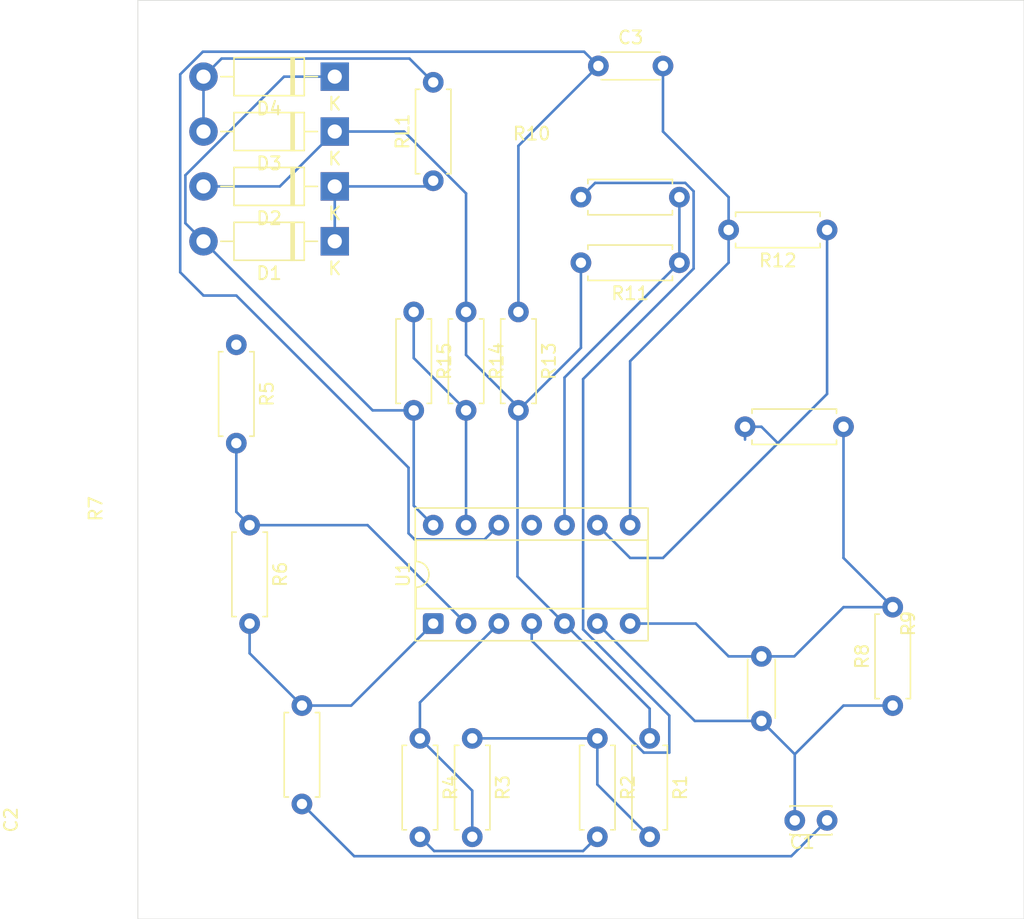
<source format=kicad_pcb>
(kicad_pcb (version 20241229) (generator "pcbnew") (generator_version "9.0")
  (layers (0 "F.Cu" signal) (2 "B.Cu" signal) (13 "F.Paste" user) (15 "B.Paste" user) (5 "F.SilkS" user "F.Silkscreen") (7 "B.SilkS" user "B.Silkscreen") (1 "F.Mask" user) (3 "B.Mask" user) (25 "Edge.Cuts" user))
  (net 0 "")
  (net 1 "Net-(U1D--)")
  (net 2 "Net-(C1-Pad1)")
  (net 3 "Net-(C2-Pad2)")
  (net 4 "Net-(C3-Pad2)")
  (net 5 "Net-(U1A-+)")
  (net 6 "Net-(D1-A)")
  (net 7 "Net-(D1-K)")
  (net 8 "GND")
  (net 9 "Net-(D3-A)")
  (net 10 "Net-(U1C--)")
  (net 11 "Net-(U1C-+)")
  (net 12 "Net-(U1B--)")
  (net 13 "+12V")
  (net 14 "Net-(U1A--)")
  (net 15 "-12V")
  (net 16 "Net-(U1D-+)")
  (net 17 "Net-(R1-Pad2)")
  (net 18 "Net-(R2-Pad2)")
  (net 20 "Net-(R6-Pad2)")
  (footprint "Diode_THT:D_DO-41_SOD81_P10.16mm_Horizontal" (layer "F.Cu") (at 88.9 42.35 180)
    (property "Reference" "D2" (at 5.08 -2.47 0) (layer "F.SilkS"))
    (property "Value" "1N5819")
    (fp_line (start 8.82 0) (end 7.8 0) (stroke (width 0.12)) (layer "F.SilkS"))
    (fp_line (start 7.8 1.47) (end 7.8 -1.47) (stroke (width 0.12)) (layer "F.SilkS"))
    (fp_line (start 7.8 -1.47) (end 2.36 -1.47) (stroke (width 0.12)) (layer "F.SilkS"))
    (fp_line (start 3.38 -1.47) (end 3.38 1.47) (stroke (width 0.12)) (layer "F.SilkS"))
    (fp_line (start 3.26 -1.47) (end 3.26 1.47) (stroke (width 0.12)) (layer "F.SilkS"))
    (fp_line (start 3.14 -1.47) (end 3.14 1.47) (stroke (width 0.12)) (layer "F.SilkS"))
    (fp_line (start 2.36 1.47) (end 7.8 1.47) (stroke (width 0.12)) (layer "F.SilkS"))
    (fp_line (start 2.36 -1.47) (end 2.36 1.47) (stroke (width 0.12)) (layer "F.SilkS"))
    (fp_line (start 1.34 0) (end 2.36 0) (stroke (width 0.12)) (layer "F.SilkS"))
    (fp_text user "K" (at 0 -2.1 0) (layer "F.SilkS"))
    (pad "1" thru_hole rect (at 0 0 180) (size 2.2 2.2) (drill 1.1) (layers "*.Cu" "*.Mask") (net 7 "Net-(D1-K)"))
    (pad "2" thru_hole oval (at 10.16 0 180) (size 2.2 2.2) (drill 1.1) (layers "*.Cu" "*.Mask") (net 8 "GND"))
  )
  (footprint "Resistor_THT:R_Axial_DIN0207_L6.3mm_D2.5mm_P7.62mm_Horizontal" (layer "F.Cu") (at 113.27 85.09 -90)
    (property "Reference" "R1" (at 3.81 -2.37 90) (layer "F.SilkS"))
    (property "Value" "450")
    (fp_line (start 0.54 1.37) (end 7.08 1.37) (stroke (width 0.12)) (layer "F.SilkS"))
    (fp_line (start 7.08 1.37) (end 7.08 1.04) (stroke (width 0.12)) (layer "F.SilkS"))
    (fp_line (start 0.54 1.04) (end 0.54 1.37) (stroke (width 0.12)) (layer "F.SilkS"))
    (fp_line (start 0.54 -1.04) (end 0.54 -1.37) (stroke (width 0.12)) (layer "F.SilkS"))
    (fp_line (start 0.54 -1.37) (end 7.08 -1.37) (stroke (width 0.12)) (layer "F.SilkS"))
    (fp_line (start 7.08 -1.37) (end 7.08 -1.04) (stroke (width 0.12)) (layer "F.SilkS"))
    (pad "1" thru_hole circle (at 0 0 270) (size 1.6 1.6) (drill 0.8) (layers "*.Cu" "*.Mask") (net 8 "GND"))
    (pad "2" thru_hole oval (at 7.62 0 270) (size 1.6 1.6) (drill 0.8) (layers "*.Cu" "*.Mask") (net 17 "Net-(R1-Pad2)"))
  )
  (footprint "Resistor_THT:R_Axial_DIN0207_L6.3mm_D2.5mm_P7.62mm_Horizontal" (layer "F.Cu") (at 103.11 52.07 -90)
    (property "Reference" "R13" (at 3.81 -2.37 90) (layer "F.SilkS"))
    (property "Value" "470")
    (fp_line (start 0.54 1.37) (end 7.08 1.37) (stroke (width 0.12)) (layer "F.SilkS"))
    (fp_line (start 7.08 1.37) (end 7.08 1.04) (stroke (width 0.12)) (layer "F.SilkS"))
    (fp_line (start 0.54 1.04) (end 0.54 1.37) (stroke (width 0.12)) (layer "F.SilkS"))
    (fp_line (start 0.54 -1.04) (end 0.54 -1.37) (stroke (width 0.12)) (layer "F.SilkS"))
    (fp_line (start 0.54 -1.37) (end 7.08 -1.37) (stroke (width 0.12)) (layer "F.SilkS"))
    (fp_line (start 7.08 -1.37) (end 7.08 -1.04) (stroke (width 0.12)) (layer "F.SilkS"))
    (pad "1" thru_hole circle (at 0 0 270) (size 1.6 1.6) (drill 0.8) (layers "*.Cu" "*.Mask") (net 16 "Net-(U1D-+)"))
    (pad "2" thru_hole oval (at 7.62 0 270) (size 1.6 1.6) (drill 0.8) (layers "*.Cu" "*.Mask") (net 8 "GND"))
  )
  (footprint "Capacitor_THT:C_Disc_D4.3mm_W1.9mm_P5.00mm" (layer "F.Cu") (at 121.92 83.74 90)
    (property "Reference" "C2" (at -7.66 -58.08 90) (layer "F.SilkS"))
    (property "Value" "56p")
    (fp_line (start 4.77 -1.07) (end 4.77 -1.055) (stroke (width 0.12)) (layer "F.SilkS"))
    (fp_line (start 0.23 -1.07) (end 4.77 -1.07) (stroke (width 0.12)) (layer "F.SilkS"))
    (fp_line (start 0.23 -1.07) (end 0.23 -1.055) (stroke (width 0.12)) (layer "F.SilkS"))
    (fp_line (start 4.77 1.055) (end 4.77 1.07) (stroke (width 0.12)) (layer "F.SilkS"))
    (fp_line (start 0.23 1.055) (end 0.23 1.07) (stroke (width 0.12)) (layer "F.SilkS"))
    (fp_line (start 0.23 1.07) (end 4.77 1.07) (stroke (width 0.12)) (layer "F.SilkS"))
    (pad "1" thru_hole circle (at 0 0 90) (size 1.6 1.6) (drill 0.8) (layers "*.Cu" "*.Mask") (net 12 "Net-(U1B--)"))
    (pad "2" thru_hole circle (at 5 0 90) (size 1.6 1.6) (drill 0.8) (layers "*.Cu" "*.Mask") (net 3 "Net-(C2-Pad2)"))
  )
  (footprint "Resistor_THT:R_Axial_DIN0207_L6.3mm_D2.5mm_P7.62mm_Horizontal" (layer "F.Cu") (at 95.49 85.09 -90)
    (property "Reference" "R4" (at 3.81 -2.37 90) (layer "F.SilkS"))
    (property "Value" "100k")
    (fp_line (start 0.54 1.37) (end 7.08 1.37) (stroke (width 0.12)) (layer "F.SilkS"))
    (fp_line (start 7.08 1.37) (end 7.08 1.04) (stroke (width 0.12)) (layer "F.SilkS"))
    (fp_line (start 0.54 1.04) (end 0.54 1.37) (stroke (width 0.12)) (layer "F.SilkS"))
    (fp_line (start 0.54 -1.04) (end 0.54 -1.37) (stroke (width 0.12)) (layer "F.SilkS"))
    (fp_line (start 0.54 -1.37) (end 7.08 -1.37) (stroke (width 0.12)) (layer "F.SilkS"))
    (fp_line (start 7.08 -1.37) (end 7.08 -1.04) (stroke (width 0.12)) (layer "F.SilkS"))
    (pad "1" thru_hole circle (at 0 0 270) (size 1.6 1.6) (drill 0.8) (layers "*.Cu" "*.Mask") (net 5 "Net-(U1A-+)"))
    (pad "2" thru_hole oval (at 7.62 0 270) (size 1.6 1.6) (drill 0.8) (layers "*.Cu" "*.Mask") (net 18 "Net-(R2-Pad2)"))
  )
  (footprint "Resistor_THT:R_Axial_DIN0207_L6.3mm_D2.5mm_P7.62mm_Horizontal" (layer "F.Cu") (at 115.57 48.26 180)
    (property "Reference" "R11" (at 3.81 -2.37 0) (layer "F.SilkS"))
    (property "Value" "900")
    (fp_line (start 7.08 1.37) (end 7.08 1.04) (stroke (width 0.12)) (layer "F.SilkS"))
    (fp_line (start 7.08 -1.37) (end 7.08 -1.04) (stroke (width 0.12)) (layer "F.SilkS"))
    (fp_line (start 0.54 1.37) (end 7.08 1.37) (stroke (width 0.12)) (layer "F.SilkS"))
    (fp_line (start 0.54 1.04) (end 0.54 1.37) (stroke (width 0.12)) (layer "F.SilkS"))
    (fp_line (start 0.54 -1.04) (end 0.54 -1.37) (stroke (width 0.12)) (layer "F.SilkS"))
    (fp_line (start 0.54 -1.37) (end 7.08 -1.37) (stroke (width 0.12)) (layer "F.SilkS"))
    (pad "1" thru_hole circle (at 0 0 180) (size 1.6 1.6) (drill 0.8) (layers "*.Cu" "*.Mask") (net 11 "Net-(U1C-+)"))
    (pad "2" thru_hole oval (at 7.62 0 180) (size 1.6 1.6) (drill 0.8) (layers "*.Cu" "*.Mask") (net 8 "GND"))
  )
  (footprint "Diode_THT:D_DO-41_SOD81_P10.16mm_Horizontal" (layer "F.Cu") (at 88.9 46.6 180)
    (property "Reference" "D1" (at 5.08 -2.47 0) (layer "F.SilkS"))
    (property "Value" "1N5819")
    (fp_line (start 8.82 0) (end 7.8 0) (stroke (width 0.12)) (layer "F.SilkS"))
    (fp_line (start 7.8 1.47) (end 7.8 -1.47) (stroke (width 0.12)) (layer "F.SilkS"))
    (fp_line (start 7.8 -1.47) (end 2.36 -1.47) (stroke (width 0.12)) (layer "F.SilkS"))
    (fp_line (start 3.38 -1.47) (end 3.38 1.47) (stroke (width 0.12)) (layer "F.SilkS"))
    (fp_line (start 3.26 -1.47) (end 3.26 1.47) (stroke (width 0.12)) (layer "F.SilkS"))
    (fp_line (start 3.14 -1.47) (end 3.14 1.47) (stroke (width 0.12)) (layer "F.SilkS"))
    (fp_line (start 2.36 1.47) (end 7.8 1.47) (stroke (width 0.12)) (layer "F.SilkS"))
    (fp_line (start 2.36 -1.47) (end 2.36 1.47) (stroke (width 0.12)) (layer "F.SilkS"))
    (fp_line (start 1.34 0) (end 2.36 0) (stroke (width 0.12)) (layer "F.SilkS"))
    (fp_text user "K" (at 0 -2.1 0) (layer "F.SilkS"))
    (pad "1" thru_hole rect (at 0 0 180) (size 2.2 2.2) (drill 1.1) (layers "*.Cu" "*.Mask") (net 7 "Net-(D1-K)"))
    (pad "2" thru_hole oval (at 10.16 0 180) (size 2.2 2.2) (drill 1.1) (layers "*.Cu" "*.Mask") (net 6 "Net-(D1-A)"))
  )
  (footprint "Capacitor_THT:C_Disc_D4.3mm_W1.9mm_P5.00mm" (layer "F.Cu") (at 109.3 33.02)
    (property "Reference" "C3" (at 2.5 -2.2 0) (layer "F.SilkS"))
    (property "Value" "10n")
    (fp_line (start 0.23 -1.07) (end 0.23 -1.055) (stroke (width 0.12)) (layer "F.SilkS"))
    (fp_line (start 0.23 -1.07) (end 4.77 -1.07) (stroke (width 0.12)) (layer "F.SilkS"))
    (fp_line (start 0.23 1.055) (end 0.23 1.07) (stroke (width 0.12)) (layer "F.SilkS"))
    (fp_line (start 0.23 1.07) (end 4.77 1.07) (stroke (width 0.12)) (layer "F.SilkS"))
    (fp_line (start 4.77 -1.07) (end 4.77 -1.055) (stroke (width 0.12)) (layer "F.SilkS"))
    (fp_line (start 4.77 1.055) (end 4.77 1.07) (stroke (width 0.12)) (layer "F.SilkS"))
    (pad "1" thru_hole circle (at 0 0) (size 1.6 1.6) (drill 0.8) (layers "*.Cu" "*.Mask") (net 16 "Net-(U1D-+)"))
    (pad "2" thru_hole circle (at 5 0) (size 1.6 1.6) (drill 0.8) (layers "*.Cu" "*.Mask") (net 4 "Net-(C3-Pad2)"))
  )
  (footprint "Resistor_THT:R_Axial_DIN0207_L6.3mm_D2.5mm_P7.62mm_Horizontal" (layer "F.Cu") (at 132.08 82.55 90)
    (property "Reference" "R8" (at 3.81 -2.37 90) (layer "F.SilkS"))
    (property "Value" "63k")
    (fp_line (start 7.08 -1.37) (end 7.08 -1.04) (stroke (width 0.12)) (layer "F.SilkS"))
    (fp_line (start 0.54 -1.37) (end 7.08 -1.37) (stroke (width 0.12)) (layer "F.SilkS"))
    (fp_line (start 0.54 -1.04) (end 0.54 -1.37) (stroke (width 0.12)) (layer "F.SilkS"))
    (fp_line (start 0.54 1.04) (end 0.54 1.37) (stroke (width 0.12)) (layer "F.SilkS"))
    (fp_line (start 7.08 1.37) (end 7.08 1.04) (stroke (width 0.12)) (layer "F.SilkS"))
    (fp_line (start 0.54 1.37) (end 7.08 1.37) (stroke (width 0.12)) (layer "F.SilkS"))
    (pad "1" thru_hole circle (at 0 0 90) (size 1.6 1.6) (drill 0.8) (layers "*.Cu" "*.Mask") (net 12 "Net-(U1B--)"))
    (pad "2" thru_hole oval (at 7.62 0 90) (size 1.6 1.6) (drill 0.8) (layers "*.Cu" "*.Mask") (net 3 "Net-(C2-Pad2)"))
  )
  (footprint "Resistor_THT:R_Axial_DIN0207_L6.3mm_D2.5mm_P7.62mm_Horizontal" (layer "F.Cu") (at 86.36 82.55 -90)
    (property "Reference" "R7" (at -15.24 15.96 90) (layer "F.SilkS"))
    (property "Value" "4k7")
    (fp_line (start 0.54 1.37) (end 7.08 1.37) (stroke (width 0.12)) (layer "F.SilkS"))
    (fp_line (start 7.08 1.37) (end 7.08 1.04) (stroke (width 0.12)) (layer "F.SilkS"))
    (fp_line (start 0.54 1.04) (end 0.54 1.37) (stroke (width 0.12)) (layer "F.SilkS"))
    (fp_line (start 0.54 -1.04) (end 0.54 -1.37) (stroke (width 0.12)) (layer "F.SilkS"))
    (fp_line (start 0.54 -1.37) (end 7.08 -1.37) (stroke (width 0.12)) (layer "F.SilkS"))
    (fp_line (start 7.08 -1.37) (end 7.08 -1.04) (stroke (width 0.12)) (layer "F.SilkS"))
    (pad "1" thru_hole circle (at 0 0 270) (size 1.6 1.6) (drill 0.8) (layers "*.Cu" "*.Mask") (net 20 "Net-(R6-Pad2)"))
    (pad "2" thru_hole oval (at 7.62 0 270) (size 1.6 1.6) (drill 0.8) (layers "*.Cu" "*.Mask") (net 2 "Net-(C1-Pad1)"))
  )
  (footprint "Resistor_THT:R_Axial_DIN0207_L6.3mm_D2.5mm_P7.62mm_Horizontal" (layer "F.Cu") (at 99.06 52.07 -90)
    (property "Reference" "R14" (at 3.81 -2.37 90) (layer "F.SilkS"))
    (property "Value" "10k")
    (fp_line (start 0.54 1.37) (end 7.08 1.37) (stroke (width 0.12)) (layer "F.SilkS"))
    (fp_line (start 7.08 1.37) (end 7.08 1.04) (stroke (width 0.12)) (layer "F.SilkS"))
    (fp_line (start 0.54 1.04) (end 0.54 1.37) (stroke (width 0.12)) (layer "F.SilkS"))
    (fp_line (start 0.54 -1.04) (end 0.54 -1.37) (stroke (width 0.12)) (layer "F.SilkS"))
    (fp_line (start 0.54 -1.37) (end 7.08 -1.37) (stroke (width 0.12)) (layer "F.SilkS"))
    (fp_line (start 7.08 -1.37) (end 7.08 -1.04) (stroke (width 0.12)) (layer "F.SilkS"))
    (pad "1" thru_hole circle (at 0 0 270) (size 1.6 1.6) (drill 0.8) (layers "*.Cu" "*.Mask") (net 8 "GND"))
    (pad "2" thru_hole oval (at 7.62 0 270) (size 1.6 1.6) (drill 0.8) (layers "*.Cu" "*.Mask") (net 1 "Net-(U1D--)"))
  )
  (footprint "Resistor_THT:R_Axial_DIN0207_L6.3mm_D2.5mm_P7.62mm_Horizontal" (layer "F.Cu") (at 109.22 85.09 -90)
    (property "Reference" "R2" (at 3.81 -2.37 90) (layer "F.SilkS"))
    (property "Value" "500")
    (fp_line (start 0.54 1.37) (end 7.08 1.37) (stroke (width 0.12)) (layer "F.SilkS"))
    (fp_line (start 7.08 1.37) (end 7.08 1.04) (stroke (width 0.12)) (layer "F.SilkS"))
    (fp_line (start 0.54 1.04) (end 0.54 1.37) (stroke (width 0.12)) (layer "F.SilkS"))
    (fp_line (start 0.54 -1.04) (end 0.54 -1.37) (stroke (width 0.12)) (layer "F.SilkS"))
    (fp_line (start 0.54 -1.37) (end 7.08 -1.37) (stroke (width 0.12)) (layer "F.SilkS"))
    (fp_line (start 7.08 -1.37) (end 7.08 -1.04) (stroke (width 0.12)) (layer "F.SilkS"))
    (pad "1" thru_hole circle (at 0 0 270) (size 1.6 1.6) (drill 0.8) (layers "*.Cu" "*.Mask") (net 17 "Net-(R1-Pad2)"))
    (pad "2" thru_hole oval (at 7.62 0 270) (size 1.6 1.6) (drill 0.8) (layers "*.Cu" "*.Mask") (net 18 "Net-(R2-Pad2)"))
  )
  (footprint "Diode_THT:D_DO-41_SOD81_P10.16mm_Horizontal" (layer "F.Cu") (at 88.9 38.1 180)
    (property "Reference" "D3" (at 5.08 -2.47 0) (layer "F.SilkS"))
    (property "Value" "1N5819")
    (fp_line (start 8.82 0) (end 7.8 0) (stroke (width 0.12)) (layer "F.SilkS"))
    (fp_line (start 7.8 1.47) (end 7.8 -1.47) (stroke (width 0.12)) (layer "F.SilkS"))
    (fp_line (start 7.8 -1.47) (end 2.36 -1.47) (stroke (width 0.12)) (layer "F.SilkS"))
    (fp_line (start 3.38 -1.47) (end 3.38 1.47) (stroke (width 0.12)) (layer "F.SilkS"))
    (fp_line (start 3.26 -1.47) (end 3.26 1.47) (stroke (width 0.12)) (layer "F.SilkS"))
    (fp_line (start 3.14 -1.47) (end 3.14 1.47) (stroke (width 0.12)) (layer "F.SilkS"))
    (fp_line (start 2.36 1.47) (end 7.8 1.47) (stroke (width 0.12)) (layer "F.SilkS"))
    (fp_line (start 2.36 -1.47) (end 2.36 1.47) (stroke (width 0.12)) (layer "F.SilkS"))
    (fp_line (start 1.34 0) (end 2.36 0) (stroke (width 0.12)) (layer "F.SilkS"))
    (fp_text user "K" (at 0 -2.1 0) (layer "F.SilkS"))
    (pad "1" thru_hole rect (at 0 0 180) (size 2.2 2.2) (drill 1.1) (layers "*.Cu" "*.Mask") (net 8 "GND"))
    (pad "2" thru_hole oval (at 10.16 0 180) (size 2.2 2.2) (drill 1.1) (layers "*.Cu" "*.Mask") (net 9 "Net-(D3-A)"))
  )
  (footprint "Resistor_THT:R_Axial_DIN0207_L6.3mm_D2.5mm_P7.62mm_Horizontal" (layer "F.Cu") (at 95.01 52.07 -90)
    (property "Reference" "R15" (at 3.81 -2.37 90) (layer "F.SilkS"))
    (property "Value" "6k8")
    (fp_line (start 0.54 1.37) (end 7.08 1.37) (stroke (width 0.12)) (layer "F.SilkS"))
    (fp_line (start 7.08 1.37) (end 7.08 1.04) (stroke (width 0.12)) (layer "F.SilkS"))
    (fp_line (start 0.54 1.04) (end 0.54 1.37) (stroke (width 0.12)) (layer "F.SilkS"))
    (fp_line (start 0.54 -1.04) (end 0.54 -1.37) (stroke (width 0.12)) (layer "F.SilkS"))
    (fp_line (start 0.54 -1.37) (end 7.08 -1.37) (stroke (width 0.12)) (layer "F.SilkS"))
    (fp_line (start 7.08 -1.37) (end 7.08 -1.04) (stroke (width 0.12)) (layer "F.SilkS"))
    (pad "1" thru_hole circle (at 0 0 270) (size 1.6 1.6) (drill 0.8) (layers "*.Cu" "*.Mask") (net 1 "Net-(U1D--)"))
    (pad "2" thru_hole oval (at 7.62 0 270) (size 1.6 1.6) (drill 0.8) (layers "*.Cu" "*.Mask") (net 6 "Net-(D1-A)"))
  )
  (footprint "Resistor_THT:R_Axial_DIN0207_L6.3mm_D2.5mm_P7.62mm_Horizontal" (layer "F.Cu") (at 107.95 43.18)
    (property "Reference" "R10" (at -3.81 -4.91 0) (layer "F.SilkS"))
    (property "Value" "10k")
    (fp_line (start 0.54 -1.37) (end 7.08 -1.37) (stroke (width 0.12)) (layer "F.SilkS"))
    (fp_line (start 0.54 -1.04) (end 0.54 -1.37) (stroke (width 0.12)) (layer "F.SilkS"))
    (fp_line (start 0.54 1.04) (end 0.54 1.37) (stroke (width 0.12)) (layer "F.SilkS"))
    (fp_line (start 0.54 1.37) (end 7.08 1.37) (stroke (width 0.12)) (layer "F.SilkS"))
    (fp_line (start 7.08 -1.37) (end 7.08 -1.04) (stroke (width 0.12)) (layer "F.SilkS"))
    (fp_line (start 7.08 1.37) (end 7.08 1.04) (stroke (width 0.12)) (layer "F.SilkS"))
    (pad "1" thru_hole circle (at 0 0) (size 1.6 1.6) (drill 0.8) (layers "*.Cu" "*.Mask") (net 13 "+12V"))
    (pad "2" thru_hole oval (at 7.62 0) (size 1.6 1.6) (drill 0.8) (layers "*.Cu" "*.Mask") (net 11 "Net-(U1C-+)"))
  )
  (footprint "Resistor_THT:R_Axial_DIN0207_L6.3mm_D2.5mm_P7.62mm_Horizontal" (layer "F.Cu") (at 127 45.72 180)
    (property "Reference" "R12" (at 3.81 -2.37 0) (layer "F.SilkS"))
    (property "Value" "28k")
    (fp_line (start 7.08 1.37) (end 7.08 1.04) (stroke (width 0.12)) (layer "F.SilkS"))
    (fp_line (start 7.08 -1.37) (end 7.08 -1.04) (stroke (width 0.12)) (layer "F.SilkS"))
    (fp_line (start 0.54 1.37) (end 7.08 1.37) (stroke (width 0.12)) (layer "F.SilkS"))
    (fp_line (start 0.54 1.04) (end 0.54 1.37) (stroke (width 0.12)) (layer "F.SilkS"))
    (fp_line (start 0.54 -1.04) (end 0.54 -1.37) (stroke (width 0.12)) (layer "F.SilkS"))
    (fp_line (start 0.54 -1.37) (end 7.08 -1.37) (stroke (width 0.12)) (layer "F.SilkS"))
    (pad "1" thru_hole circle (at 0 0 180) (size 1.6 1.6) (drill 0.8) (layers "*.Cu" "*.Mask") (net 10 "Net-(U1C--)"))
    (pad "2" thru_hole oval (at 7.62 0 180) (size 1.6 1.6) (drill 0.8) (layers "*.Cu" "*.Mask") (net 4 "Net-(C3-Pad2)"))
  )
  (footprint "Capacitor_THT:C_Disc_D3.0mm_W2.0mm_P2.50mm" (layer "F.Cu") (at 127 91.44 180)
    (property "Reference" "C1" (at 1.93 -1.68 0) (layer "F.SilkS"))
    (property "Value" "1n")
    (fp_line (start 2.87 1.055) (end 2.87 1.12) (stroke (width 0.12)) (layer "F.SilkS"))
    (fp_line (start 2.87 -1.12) (end 2.87 -1.055) (stroke (width 0.12)) (layer "F.SilkS"))
    (fp_line (start -0.37 1.12) (end 2.87 1.12) (stroke (width 0.12)) (layer "F.SilkS"))
    (fp_line (start -0.37 1.055) (end -0.37 1.12) (stroke (width 0.12)) (layer "F.SilkS"))
    (fp_line (start -0.37 -1.12) (end 2.87 -1.12) (stroke (width 0.12)) (layer "F.SilkS"))
    (fp_line (start -0.37 -1.12) (end -0.37 -1.055) (stroke (width 0.12)) (layer "F.SilkS"))
    (pad "1" thru_hole circle (at 0 0 180) (size 1.6 1.6) (drill 0.8) (layers "*.Cu" "*.Mask") (net 2 "Net-(C1-Pad1)"))
    (pad "2" thru_hole circle (at 2.5 0 180) (size 1.6 1.6) (drill 0.8) (layers "*.Cu" "*.Mask") (net 12 "Net-(U1B--)"))
  )
  (footprint "Diode_THT:D_DO-41_SOD81_P10.16mm_Horizontal" (layer "F.Cu") (at 88.9 33.85 180)
    (property "Reference" "D4" (at 5.08 -2.47 0) (layer "F.SilkS"))
    (property "Value" "1N5819")
    (fp_line (start 8.82 0) (end 7.8 0) (stroke (width 0.12)) (layer "F.SilkS"))
    (fp_line (start 7.8 1.47) (end 7.8 -1.47) (stroke (width 0.12)) (layer "F.SilkS"))
    (fp_line (start 7.8 -1.47) (end 2.36 -1.47) (stroke (width 0.12)) (layer "F.SilkS"))
    (fp_line (start 3.38 -1.47) (end 3.38 1.47) (stroke (width 0.12)) (layer "F.SilkS"))
    (fp_line (start 3.26 -1.47) (end 3.26 1.47) (stroke (width 0.12)) (layer "F.SilkS"))
    (fp_line (start 3.14 -1.47) (end 3.14 1.47) (stroke (width 0.12)) (layer "F.SilkS"))
    (fp_line (start 2.36 1.47) (end 7.8 1.47) (stroke (width 0.12)) (layer "F.SilkS"))
    (fp_line (start 2.36 -1.47) (end 2.36 1.47) (stroke (width 0.12)) (layer "F.SilkS"))
    (fp_line (start 1.34 0) (end 2.36 0) (stroke (width 0.12)) (layer "F.SilkS"))
    (fp_text user "K" (at 0 -2.1 0) (layer "F.SilkS"))
    (pad "1" thru_hole rect (at 0 0 180) (size 2.2 2.2) (drill 1.1) (layers "*.Cu" "*.Mask") (net 6 "Net-(D1-A)"))
    (pad "2" thru_hole oval (at 10.16 0 180) (size 2.2 2.2) (drill 1.1) (layers "*.Cu" "*.Mask") (net 9 "Net-(D3-A)"))
  )
  (footprint "Package_DIP:DIP-14_W7.62mm_Socket" (layer "F.Cu") (at 96.52 76.2 90)
    (property "Reference" "U1" (at 3.81 -2.33 90) (layer "F.SilkS"))
    (property "Value" "TL084")
    (fp_line (start 6.46 -1.33) (end 4.81 -1.33) (stroke (width 0.12)) (layer "F.SilkS"))
    (fp_line (start 2.81 -1.33) (end 1.16 -1.33) (stroke (width 0.12)) (layer "F.SilkS"))
    (fp_line (start 1.16 -1.33) (end 1.16 16.57) (stroke (width 0.12)) (layer "F.SilkS"))
    (fp_line (start 6.46 16.57) (end 6.46 -1.33) (stroke (width 0.12)) (layer "F.SilkS"))
    (fp_line (start 1.16 16.57) (end 6.46 16.57) (stroke (width 0.12)) (layer "F.SilkS"))
    (fp_rect (start -1.33 -1.39) (end 8.95 16.63) (stroke (width 0.12)) (fill no) (layer "F.SilkS"))
    (fp_arc (start 4.81 -1.33) (mid 3.81 -0.33) (end 2.81 -1.33) (stroke (width 0.12)) (layer "F.SilkS"))
    (pad "1" thru_hole roundrect (at 0 0 90) (size 1.6 1.6) (drill 0.8) (layers "*.Cu" "*.Mask") (roundrect_rratio 0.15625) (net 20 "Net-(R6-Pad2)"))
    (pad "2" thru_hole circle (at 0 2.54 90) (size 1.6 1.6) (drill 0.8) (layers "*.Cu" "*.Mask") (net 14 "Net-(U1A--)"))
    (pad "3" thru_hole circle (at 0 5.08 90) (size 1.6 1.6) (drill 0.8) (layers "*.Cu" "*.Mask") (net 5 "Net-(U1A-+)"))
    (pad "4" thru_hole circle (at 0 7.62 90) (size 1.6 1.6) (drill 0.8) (layers "*.Cu" "*.Mask") (net 13 "+12V"))
    (pad "5" thru_hole circle (at 0 10.16 90) (size 1.6 1.6) (drill 0.8) (layers "*.Cu" "*.Mask") (net 8 "GND"))
    (pad "6" thru_hole circle (at 0 12.7 90) (size 1.6 1.6) (drill 0.8) (layers "*.Cu" "*.Mask") (net 12 "Net-(U1B--)"))
    (pad "7" thru_hole circle (at 0 15.24 90) (size 1.6 1.6) (drill 0.8) (layers "*.Cu" "*.Mask") (net 3 "Net-(C2-Pad2)"))
    (pad "8" thru_hole circle (at 7.62 15.24 90) (size 1.6 1.6) (drill 0.8) (layers "*.Cu" "*.Mask") (net 4 "Net-(C3-Pad2)"))
    (pad "9" thru_hole circle (at 7.62 12.7 90) (size 1.6 1.6) (drill 0.8) (layers "*.Cu" "*.Mask") (net 10 "Net-(U1C--)"))
    (pad "10" thru_hole circle (at 7.62 10.16 90) (size 1.6 1.6) (drill 0.8) (layers "*.Cu" "*.Mask") (net 11 "Net-(U1C-+)"))
    (pad "11" thru_hole circle (at 7.62 7.62 90) (size 1.6 1.6) (drill 0.8) (layers "*.Cu" "*.Mask") (net 15 "-12V"))
    (pad "12" thru_hole circle (at 7.62 5.08 90) (size 1.6 1.6) (drill 0.8) (layers "*.Cu" "*.Mask") (net 16 "Net-(U1D-+)"))
    (pad "13" thru_hole circle (at 7.62 2.54 90) (size 1.6 1.6) (drill 0.8) (layers "*.Cu" "*.Mask") (net 1 "Net-(U1D--)"))
    (pad "14" thru_hole circle (at 7.62 0 90) (size 1.6 1.6) (drill 0.8) (layers "*.Cu" "*.Mask") (net 6 "Net-(D1-A)"))
  )
  (footprint "Resistor_THT:R_Axial_DIN0207_L6.3mm_D2.5mm_P7.62mm_Horizontal" (layer "F.Cu") (at 81.28 54.61 -90)
    (property "Reference" "R5" (at 3.81 -2.37 90) (layer "F.SilkS"))
    (property "Value" "100k")
    (fp_line (start 0.54 1.37) (end 7.08 1.37) (stroke (width 0.12)) (layer "F.SilkS"))
    (fp_line (start 7.08 1.37) (end 7.08 1.04) (stroke (width 0.12)) (layer "F.SilkS"))
    (fp_line (start 0.54 1.04) (end 0.54 1.37) (stroke (width 0.12)) (layer "F.SilkS"))
    (fp_line (start 0.54 -1.04) (end 0.54 -1.37) (stroke (width 0.12)) (layer "F.SilkS"))
    (fp_line (start 0.54 -1.37) (end 7.08 -1.37) (stroke (width 0.12)) (layer "F.SilkS"))
    (fp_line (start 7.08 -1.37) (end 7.08 -1.04) (stroke (width 0.12)) (layer "F.SilkS"))
    (pad "1" thru_hole circle (at 0 0 270) (size 1.6 1.6) (drill 0.8) (layers "*.Cu" "*.Mask"))
    (pad "2" thru_hole oval (at 7.62 0 270) (size 1.6 1.6) (drill 0.8) (layers "*.Cu" "*.Mask") (net 14 "Net-(U1A--)"))
  )
  (footprint "Resistor_THT:R_Axial_DIN0207_L6.3mm_D2.5mm_P7.62mm_Horizontal" (layer "F.Cu") (at 82.31 68.58 -90)
    (property "Reference" "R6" (at 3.81 -2.37 90) (layer "F.SilkS"))
    (property "Value" "100k")
    (fp_line (start 0.54 1.37) (end 7.08 1.37) (stroke (width 0.12)) (layer "F.SilkS"))
    (fp_line (start 7.08 1.37) (end 7.08 1.04) (stroke (width 0.12)) (layer "F.SilkS"))
    (fp_line (start 0.54 1.04) (end 0.54 1.37) (stroke (width 0.12)) (layer "F.SilkS"))
    (fp_line (start 0.54 -1.04) (end 0.54 -1.37) (stroke (width 0.12)) (layer "F.SilkS"))
    (fp_line (start 0.54 -1.37) (end 7.08 -1.37) (stroke (width 0.12)) (layer "F.SilkS"))
    (fp_line (start 7.08 -1.37) (end 7.08 -1.04) (stroke (width 0.12)) (layer "F.SilkS"))
    (pad "1" thru_hole circle (at 0 0 270) (size 1.6 1.6) (drill 0.8) (layers "*.Cu" "*.Mask") (net 14 "Net-(U1A--)"))
    (pad "2" thru_hole oval (at 7.62 0 270) (size 1.6 1.6) (drill 0.8) (layers "*.Cu" "*.Mask") (net 20 "Net-(R6-Pad2)"))
  )
  (footprint "Resistor_THT:R_Axial_DIN0207_L6.3mm_D2.5mm_P7.62mm_Horizontal" (layer "F.Cu") (at 128.27 60.96 180)
    (property "Reference" "R9" (at -5.01 -15.24 90) (layer "F.SilkS"))
    (property "Value" "56k")
    (fp_line (start 7.08 1.37) (end 7.08 1.04) (stroke (width 0.12)) (layer "F.SilkS"))
    (fp_line (start 7.08 -1.37) (end 7.08 -1.04) (stroke (width 0.12)) (layer "F.SilkS"))
    (fp_line (start 0.54 1.37) (end 7.08 1.37) (stroke (width 0.12)) (layer "F.SilkS"))
    (fp_line (start 0.54 1.04) (end 0.54 1.37) (stroke (width 0.12)) (layer "F.SilkS"))
    (fp_line (start 0.54 -1.04) (end 0.54 -1.37) (stroke (width 0.12)) (layer "F.SilkS"))
    (fp_line (start 0.54 -1.37) (end 7.08 -1.37) (stroke (width 0.12)) (layer "F.SilkS"))
    (pad "1" thru_hole circle (at 0 0 180) (size 1.6 1.6) (drill 0.8) (layers "*.Cu" "*.Mask") (net 3 "Net-(C2-Pad2)"))
    (pad "2" thru_hole oval (at 7.62 0 180) (size 1.6 1.6) (drill 0.8) (layers "*.Cu" "*.Mask") (net 10 "Net-(U1C--)"))
  )
  (footprint "Resistor_THT:R_Axial_DIN0207_L6.3mm_D2.5mm_P7.62mm_Horizontal" (layer "F.Cu") (at 96.52 41.91 90)
    (property "Reference" "RL1" (at 3.81 -2.37 90) (layer "F.SilkS"))
    (property "Value" "100")
    (fp_line (start 7.08 -1.37) (end 7.08 -1.04) (stroke (width 0.12)) (layer "F.SilkS"))
    (fp_line (start 0.54 -1.37) (end 7.08 -1.37) (stroke (width 0.12)) (layer "F.SilkS"))
    (fp_line (start 0.54 -1.04) (end 0.54 -1.37) (stroke (width 0.12)) (layer "F.SilkS"))
    (fp_line (start 0.54 1.04) (end 0.54 1.37) (stroke (width 0.12)) (layer "F.SilkS"))
    (fp_line (start 7.08 1.37) (end 7.08 1.04) (stroke (width 0.12)) (layer "F.SilkS"))
    (fp_line (start 0.54 1.37) (end 7.08 1.37) (stroke (width 0.12)) (layer "F.SilkS"))
    (pad "1" thru_hole circle (at 0 0 90) (size 1.6 1.6) (drill 0.8) (layers "*.Cu" "*.Mask") (net 7 "Net-(D1-K)"))
    (pad "2" thru_hole oval (at 7.62 0 90) (size 1.6 1.6) (drill 0.8) (layers "*.Cu" "*.Mask") (net 9 "Net-(D3-A)"))
  )
  (footprint "Resistor_THT:R_Axial_DIN0207_L6.3mm_D2.5mm_P7.62mm_Horizontal" (layer "F.Cu") (at 99.54 85.09 -90)
    (property "Reference" "R3" (at 3.81 -2.37 90) (layer "F.SilkS"))
    (property "Value" "100k")
    (fp_line (start 0.54 1.37) (end 7.08 1.37) (stroke (width 0.12)) (layer "F.SilkS"))
    (fp_line (start 7.08 1.37) (end 7.08 1.04) (stroke (width 0.12)) (layer "F.SilkS"))
    (fp_line (start 0.54 1.04) (end 0.54 1.37) (stroke (width 0.12)) (layer "F.SilkS"))
    (fp_line (start 0.54 -1.04) (end 0.54 -1.37) (stroke (width 0.12)) (layer "F.SilkS"))
    (fp_line (start 0.54 -1.37) (end 7.08 -1.37) (stroke (width 0.12)) (layer "F.SilkS"))
    (fp_line (start 7.08 -1.37) (end 7.08 -1.04) (stroke (width 0.12)) (layer "F.SilkS"))
    (pad "1" thru_hole circle (at 0 0 270) (size 1.6 1.6) (drill 0.8) (layers "*.Cu" "*.Mask") (net 17 "Net-(R1-Pad2)"))
    (pad "2" thru_hole oval (at 7.62 0 270) (size 1.6 1.6) (drill 0.8) (layers "*.Cu" "*.Mask") (net 5 "Net-(U1A-+)"))
  )
  (gr_line (start 142.24 27.94) (end 73.66 27.94) (stroke (width 0.05)) (layer "Edge.Cuts"))
  (gr_line (start 142.24 99.06) (end 142.24 27.94) (stroke (width 0.05)) (layer "Edge.Cuts"))
  (gr_line (start 73.66 99.06) (end 142.24 99.06) (stroke (width 0.05)) (layer "Edge.Cuts"))
  (gr_line (start 73.66 99.06) (end 73.66 27.94) (stroke (width 0.05)) (layer "Edge.Cuts"))
  (segment (start 95.01 55.64) (end 99.06 59.69) (width 0.2) (layer "B.Cu") (net 1))
  (segment (start 99.06 59.69) (end 99.06 68.58) (width 0.2) (layer "B.Cu") (net 1))
  (segment (start 95.01 52.07) (end 95.01 55.64) (width 0.2) (layer "B.Cu") (net 1))
  (segment (start 124.228 94.212) (end 127 91.44) (width 0.2) (layer "B.Cu") (net 2))
  (segment (start 86.36 90.17) (end 90.402 94.212) (width 0.2) (layer "B.Cu") (net 2))
  (segment (start 90.402 94.212) (end 124.228 94.212) (width 0.2) (layer "B.Cu") (net 2))
  (segment (start 128.27 60.96) (end 128.27 71.12) (width 0.2) (layer "B.Cu") (net 3))
  (segment (start 119.38 78.74) (end 116.84 76.2) (width 0.2) (layer "B.Cu") (net 3))
  (segment (start 121.92 78.74) (end 119.38 78.74) (width 0.2) (layer "B.Cu") (net 3))
  (segment (start 116.84 76.2) (end 111.76 76.2) (width 0.2) (layer "B.Cu") (net 3))
  (segment (start 128.27 74.93) (end 132.08 74.93) (width 0.2) (layer "B.Cu") (net 3))
  (segment (start 124.46 78.74) (end 128.27 74.93) (width 0.2) (layer "B.Cu") (net 3))
  (segment (start 121.92 78.74) (end 124.46 78.74) (width 0.2) (layer "B.Cu") (net 3))
  (segment (start 128.27 71.12) (end 132.08 74.93) (width 0.2) (layer "B.Cu") (net 3))
  (segment (start 119.38 45.72) (end 119.38 43.18) (width 0.2) (layer "B.Cu") (net 4))
  (segment (start 119.38 45.72) (end 119.38 48.26) (width 0.2) (layer "B.Cu") (net 4))
  (segment (start 114.3 38.1) (end 114.3 33.02) (width 0.2) (layer "B.Cu") (net 4))
  (segment (start 119.38 48.26) (end 111.76 55.88) (width 0.2) (layer "B.Cu") (net 4))
  (segment (start 111.76 55.88) (end 111.76 68.58) (width 0.2) (layer "B.Cu") (net 4))
  (segment (start 119.38 43.18) (end 114.3 38.1) (width 0.2) (layer "B.Cu") (net 4))
  (segment (start 95.49 82.31) (end 101.6 76.2) (width 0.2) (layer "B.Cu") (net 5))
  (segment (start 99.54 92.71) (end 99.54 89.14) (width 0.2) (layer "B.Cu") (net 5))
  (segment (start 99.54 89.14) (end 95.49 85.09) (width 0.2) (layer "B.Cu") (net 5))
  (segment (start 95.49 85.09) (end 95.49 82.31) (width 0.2) (layer "B.Cu") (net 5))
  (segment (start 95.01 59.69) (end 95.01 67.07) (width 0.2) (layer "B.Cu") (net 6))
  (segment (start 95.01 67.07) (end 96.52 68.58) (width 0.2) (layer "B.Cu") (net 6))
  (segment (start 84.971314 33.85) (end 88.9 33.85) (width 0.2) (layer "B.Cu") (net 6))
  (segment (start 95.01 59.69) (end 91.83 59.69) (width 0.2) (layer "B.Cu") (net 6))
  (segment (start 91.83 59.69) (end 78.74 46.6) (width 0.2) (layer "B.Cu") (net 6))
  (segment (start 77.339 45.199) (end 77.339 41.482314) (width 0.2) (layer "B.Cu") (net 6))
  (segment (start 78.74 46.6) (end 77.339 45.199) (width 0.2) (layer "B.Cu") (net 6))
  (segment (start 77.339 41.482314) (end 84.971314 33.85) (width 0.2) (layer "B.Cu") (net 6))
  (segment (start 88.9 42.35) (end 96.08 42.35) (width 0.2) (layer "B.Cu") (net 7))
  (segment (start 88.9 46.6) (end 88.9 42.35) (width 0.2) (layer "B.Cu") (net 7))
  (segment (start 96.08 42.35) (end 96.52 41.91) (width 0.2) (layer "B.Cu") (net 7))
  (segment (start 103.11 59.69) (end 103.11 59.45) (width 0.2) (layer "B.Cu") (net 8))
  (segment (start 103.11 59.45) (end 99.06 55.4) (width 0.2) (layer "B.Cu") (net 8))
  (segment (start 99.06 42.89295) (end 99.06 52.07) (width 0.2) (layer "B.Cu") (net 8))
  (segment (start 103.11 59.69) (end 103.039 59.761) (width 0.2) (layer "B.Cu") (net 8))
  (segment (start 103.039 72.559) (end 106.68 76.2) (width 0.2) (layer "B.Cu") (net 8))
  (segment (start 113.27 85.09) (end 113.27 82.79) (width 0.2) (layer "B.Cu") (net 8))
  (segment (start 107.95 54.85) (end 107.95 48.26) (width 0.2) (layer "B.Cu") (net 8))
  (segment (start 99.06 55.4) (end 99.06 52.07) (width 0.2) (layer "B.Cu") (net 8))
  (segment (start 103.11 59.69) (end 107.95 54.85) (width 0.2) (layer "B.Cu") (net 8))
  (segment (start 113.27 82.79) (end 106.68 76.2) (width 0.2) (layer "B.Cu") (net 8))
  (segment (start 78.74 42.35) (end 84.65 42.35) (width 0.2) (layer "B.Cu") (net 8))
  (segment (start 84.65 42.35) (end 88.9 38.1) (width 0.2) (layer "B.Cu") (net 8))
  (segment (start 103.039 59.761) (end 103.039 72.559) (width 0.2) (layer "B.Cu") (net 8))
  (segment (start 94.26705 38.1) (end 99.06 42.89295) (width 0.2) (layer "B.Cu") (net 8))
  (segment (start 88.9 38.1) (end 94.26705 38.1) (width 0.2) (layer "B.Cu") (net 8))
  (segment (start 78.74 38.1) (end 78.74 33.85) (width 0.2) (layer "B.Cu") (net 9))
  (segment (start 94.679 32.449) (end 96.52 34.29) (width 0.2) (layer "B.Cu") (net 9))
  (segment (start 78.74 33.85) (end 80.141 32.449) (width 0.2) (layer "B.Cu") (net 9))
  (segment (start 80.141 32.449) (end 94.679 32.449) (width 0.2) (layer "B.Cu") (net 9))
  (segment (start 114.3 71.12) (end 111.76 71.12) (width 0.2) (layer "B.Cu") (net 10))
  (segment (start 120.65 60.96) (end 120.65 61.95274) (width 0.2) (layer "B.Cu") (net 10))
  (segment (start 123.19 62.23) (end 114.3 71.12) (width 0.2) (layer "B.Cu") (net 10))
  (segment (start 127 58.42) (end 123.19 62.23) (width 0.2) (layer "B.Cu") (net 10))
  (segment (start 127 45.72) (end 127 58.42) (width 0.2) (layer "B.Cu") (net 10))
  (segment (start 111.76 71.12) (end 109.22 68.58) (width 0.2) (layer "B.Cu") (net 10))
  (segment (start 120.65 60.96) (end 121.92 60.96) (width 0.2) (layer "B.Cu") (net 10))
  (segment (start 121.92 60.96) (end 123.19 62.23) (width 0.2) (layer "B.Cu") (net 10))
  (segment (start 115.57 43.18) (end 115.57 48.26) (width 0.2) (layer "B.Cu") (net 11))
  (segment (start 115.57 48.26) (end 106.68 57.15) (width 0.2) (layer "B.Cu") (net 11))
  (segment (start 106.68 57.15) (end 106.68 68.58) (width 0.2) (layer "B.Cu") (net 11))
  (segment (start 124.5 91.44) (end 124.5 86.32) (width 0.2) (layer "B.Cu") (net 12))
  (segment (start 116.76 83.74) (end 109.22 76.2) (width 0.2) (layer "B.Cu") (net 12))
  (segment (start 121.92 83.74) (end 116.76 83.74) (width 0.2) (layer "B.Cu") (net 12))
  (segment (start 128.27 82.55) (end 124.5 86.32) (width 0.2) (layer "B.Cu") (net 12))
  (segment (start 124.5 86.32) (end 121.92 83.74) (width 0.2) (layer "B.Cu") (net 12))
  (segment (start 132.08 82.55) (end 128.27 82.55) (width 0.2) (layer "B.Cu") (net 12))
  (segment (start 116.671 42.72395) (end 116.02605 42.079) (width 0.2) (layer "B.Cu") (net 13))
  (segment (start 112.81395 86.191) (end 114.79 86.191) (width 0.2) (layer "B.Cu") (net 13))
  (segment (start 109.051 42.079) (end 107.95 43.18) (width 0.2) (layer "B.Cu") (net 13))
  (segment (start 116.02605 42.079) (end 109.051 42.079) (width 0.2) (layer "B.Cu") (net 13))
  (segment (start 114.79 86.191) (end 114.79 83.32705) (width 0.2) (layer "B.Cu") (net 13))
  (segment (start 104.14 76.2) (end 104.14 77.51705) (width 0.2) (layer "B.Cu") (net 13))
  (segment (start 108.119 76.65605) (end 108.119 57.26805) (width 0.2) (layer "B.Cu") (net 13))
  (segment (start 116.671 48.71605) (end 116.671 42.72395) (width 0.2) (layer "B.Cu") (net 13))
  (segment (start 104.14 77.51705) (end 112.81395 86.191) (width 0.2) (layer "B.Cu") (net 13))
  (segment (start 108.119 57.26805) (end 116.671 48.71605) (width 0.2) (layer "B.Cu") (net 13))
  (segment (start 114.79 83.32705) (end 108.119 76.65605) (width 0.2) (layer "B.Cu") (net 13))
  (segment (start 82.31 68.58) (end 91.44 68.58) (width 0.2) (layer "B.Cu") (net 14))
  (segment (start 81.28 62.23) (end 81.28 67.55) (width 0.2) (layer "B.Cu") (net 14))
  (segment (start 81.28 67.55) (end 82.31 68.58) (width 0.2) (layer "B.Cu") (net 14))
  (segment (start 91.44 68.58) (end 99.06 76.2) (width 0.2) (layer "B.Cu") (net 14))
  (segment (start 108.199 31.919) (end 78.689686 31.919) (width 0.2) (layer "B.Cu") (net 16))
  (segment (start 103.11 52.07) (end 103.11 39.21) (width 0.2) (layer "B.Cu") (net 16))
  (segment (start 103.11 39.21) (end 109.3 33.02) (width 0.2) (layer "B.Cu") (net 16))
  (segment (start 76.938 33.670686) (end 76.938 48.998) (width 0.2) (layer "B.Cu") (net 16))
  (segment (start 78.689686 31.919) (end 76.938 33.670686) (width 0.2) (layer "B.Cu") (net 16))
  (segment (start 100.499 69.681) (end 101.6 68.58) (width 0.2) (layer "B.Cu") (net 16))
  (segment (start 95.081 69.681) (end 100.499 69.681) (width 0.2) (layer "B.Cu") (net 16))
  (segment (start 76.938 48.998) (end 78.74 50.8) (width 0.2) (layer "B.Cu") (net 16))
  (segment (start 81.28 50.8) (end 94.609 64.129) (width 0.2) (layer "B.Cu") (net 16))
  (segment (start 94.609 64.129) (end 94.609 69.209) (width 0.2) (layer "B.Cu") (net 16))
  (segment (start 78.74 50.8) (end 81.28 50.8) (width 0.2) (layer "B.Cu") (net 16))
  (segment (start 94.609 69.209) (end 95.081 69.681) (width 0.2) (layer "B.Cu") (net 16))
  (segment (start 109.3 33.02) (end 108.199 31.919) (width 0.2) (layer "B.Cu") (net 16))
  (segment (start 109.22 88.66) (end 113.27 92.71) (width 0.2) (layer "B.Cu") (net 17))
  (segment (start 99.54 85.09) (end 109.22 85.09) (width 0.2) (layer "B.Cu") (net 17))
  (segment (start 109.22 85.09) (end 109.22 88.66) (width 0.2) (layer "B.Cu") (net 17))
  (segment (start 96.591 93.811) (end 108.119 93.811) (width 0.2) (layer "B.Cu") (net 18))
  (segment (start 108.119 93.811) (end 109.22 92.71) (width 0.2) (layer "B.Cu") (net 18))
  (segment (start 95.49 92.71) (end 96.591 93.811) (width 0.2) (layer "B.Cu") (net 18))
  (segment (start 82.31 78.5) (end 86.36 82.55) (width 0.2) (layer "B.Cu") (net 20))
  (segment (start 82.31 76.2) (end 82.31 78.5) (width 0.2) (layer "B.Cu") (net 20))
  (segment (start 86.36 82.55) (end 90.17 82.55) (width 0.2) (layer "B.Cu") (net 20))
  (segment (start 90.17 82.55) (end 96.52 76.2) (width 0.2) (layer "B.Cu") (net 20))
)
</source>
